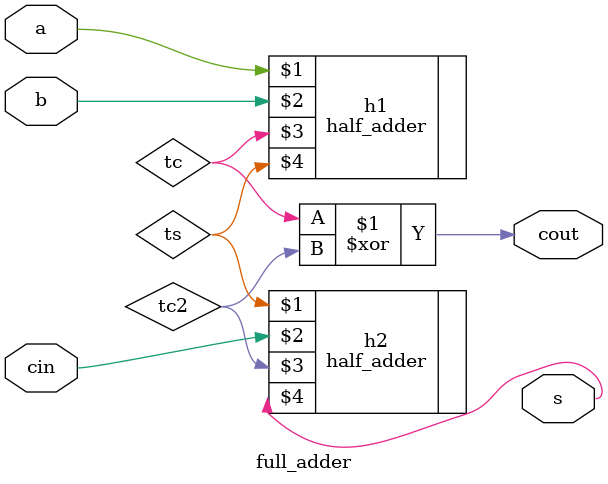
<source format=v>
`timescale 1ns / 1ps
module full_adder(a, b, cin, s, cout);
input a, b, cin;
output s, cout;
wire ts, tc, tc2;
half_adder h1(a, b, tc, ts);
half_adder h2(ts, cin, tc2, s);
assign cout = tc^tc2;
endmodule

</source>
